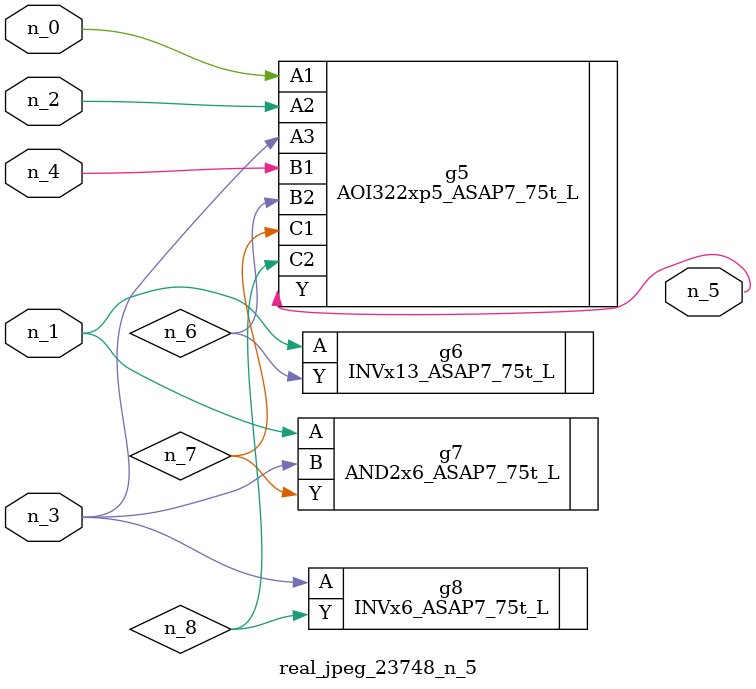
<source format=v>
module real_jpeg_23748_n_5 (n_4, n_0, n_1, n_2, n_3, n_5);

input n_4;
input n_0;
input n_1;
input n_2;
input n_3;

output n_5;

wire n_8;
wire n_6;
wire n_7;

AOI322xp5_ASAP7_75t_L g5 ( 
.A1(n_0),
.A2(n_2),
.A3(n_3),
.B1(n_4),
.B2(n_6),
.C1(n_7),
.C2(n_8),
.Y(n_5)
);

INVx13_ASAP7_75t_L g6 ( 
.A(n_1),
.Y(n_6)
);

AND2x6_ASAP7_75t_L g7 ( 
.A(n_1),
.B(n_3),
.Y(n_7)
);

INVx6_ASAP7_75t_L g8 ( 
.A(n_3),
.Y(n_8)
);


endmodule
</source>
